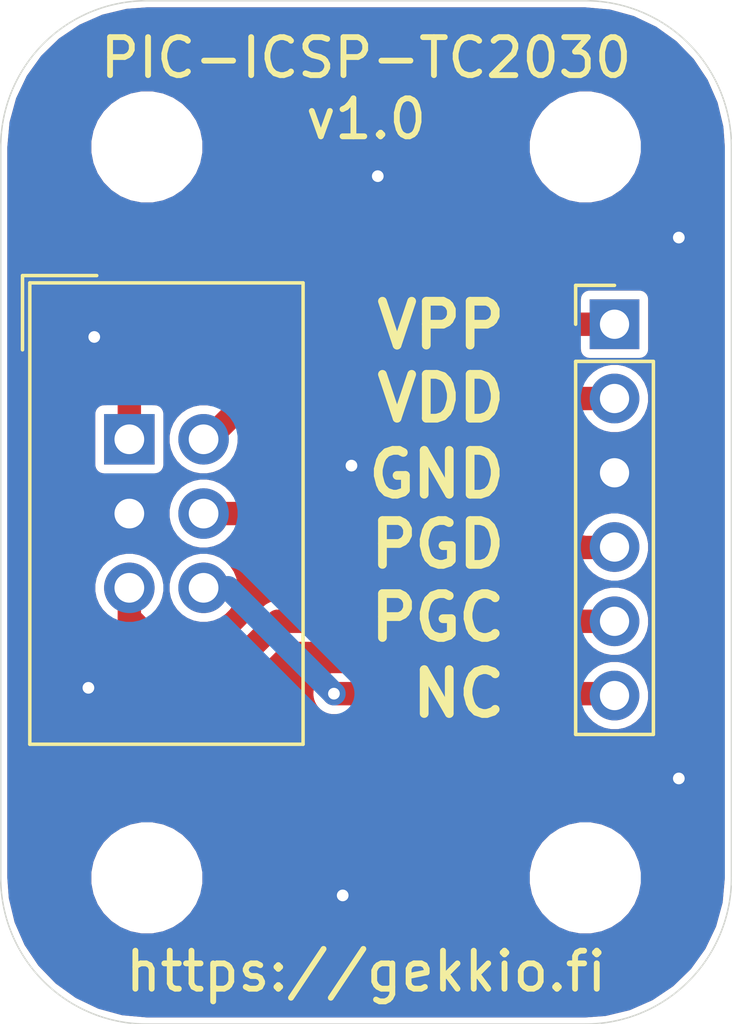
<source format=kicad_pcb>
(kicad_pcb (version 20171130) (host pcbnew 5.1.5-52549c5~84~ubuntu19.10.1)

  (general
    (thickness 1.6)
    (drawings 16)
    (tracks 29)
    (zones 0)
    (modules 6)
    (nets 7)
  )

  (page A4)
  (title_block
    (title PIC-ICSP-TC2030)
    (rev v1.0)
    (company https://gekkio.fi)
  )

  (layers
    (0 F.Cu signal)
    (31 B.Cu signal)
    (32 B.Adhes user)
    (33 F.Adhes user)
    (34 B.Paste user)
    (35 F.Paste user)
    (36 B.SilkS user)
    (37 F.SilkS user)
    (38 B.Mask user)
    (39 F.Mask user)
    (40 Dwgs.User user)
    (41 Cmts.User user)
    (42 Eco1.User user)
    (43 Eco2.User user)
    (44 Edge.Cuts user)
    (45 Margin user)
    (46 B.CrtYd user)
    (47 F.CrtYd user)
    (48 B.Fab user)
    (49 F.Fab user)
  )

  (setup
    (last_trace_width 0.8)
    (trace_clearance 0.3)
    (zone_clearance 0.2)
    (zone_45_only no)
    (trace_min 0.2)
    (via_size 0.8)
    (via_drill 0.4)
    (via_min_size 0.4)
    (via_min_drill 0.3)
    (uvia_size 0.3)
    (uvia_drill 0.1)
    (uvias_allowed no)
    (uvia_min_size 0.2)
    (uvia_min_drill 0.1)
    (edge_width 0.05)
    (segment_width 0.2)
    (pcb_text_width 0.3)
    (pcb_text_size 1.5 1.5)
    (mod_edge_width 0.12)
    (mod_text_size 1 1)
    (mod_text_width 0.15)
    (pad_size 1.524 1.524)
    (pad_drill 0.762)
    (pad_to_mask_clearance 0)
    (aux_axis_origin 0 0)
    (visible_elements FFFFFF7F)
    (pcbplotparams
      (layerselection 0x010fc_ffffffff)
      (usegerberextensions false)
      (usegerberattributes false)
      (usegerberadvancedattributes false)
      (creategerberjobfile true)
      (excludeedgelayer false)
      (linewidth 0.100000)
      (plotframeref false)
      (viasonmask false)
      (mode 1)
      (useauxorigin false)
      (hpglpennumber 1)
      (hpglpenspeed 20)
      (hpglpendiameter 15.000000)
      (psnegative false)
      (psa4output false)
      (plotreference true)
      (plotvalue true)
      (plotinvisibletext false)
      (padsonsilk false)
      (subtractmaskfromsilk false)
      (outputformat 1)
      (mirror false)
      (drillshape 0)
      (scaleselection 1)
      (outputdirectory "gerber/"))
  )

  (net 0 "")
  (net 1 /NC)
  (net 2 /PGC)
  (net 3 /PGD)
  (net 4 /GND)
  (net 5 /VDD)
  (net 6 /VPP)

  (net_class Default "This is the default net class."
    (clearance 0.3)
    (trace_width 0.8)
    (via_dia 0.8)
    (via_drill 0.4)
    (uvia_dia 0.3)
    (uvia_drill 0.1)
    (add_net /GND)
    (add_net /NC)
    (add_net /PGC)
    (add_net /PGD)
    (add_net /VDD)
    (add_net /VPP)
  )

  (module Connector_PinHeader_2.54mm:PinHeader_1x06_P2.54mm_Vertical (layer F.Cu) (tedit 59FED5CC) (tstamp 5E5BAE26)
    (at 71 61.065)
    (descr "Through hole straight pin header, 1x06, 2.54mm pitch, single row")
    (tags "Through hole pin header THT 1x06 2.54mm single row")
    (path /5E61013A)
    (fp_text reference J2 (at 0 -2.33) (layer F.SilkS) hide
      (effects (font (size 1 1) (thickness 0.15)))
    )
    (fp_text value Conn_01x06 (at 0 15.03) (layer F.Fab) hide
      (effects (font (size 1 1) (thickness 0.15)))
    )
    (fp_line (start -0.635 -1.27) (end 1.27 -1.27) (layer F.Fab) (width 0.1))
    (fp_line (start 1.27 -1.27) (end 1.27 13.97) (layer F.Fab) (width 0.1))
    (fp_line (start 1.27 13.97) (end -1.27 13.97) (layer F.Fab) (width 0.1))
    (fp_line (start -1.27 13.97) (end -1.27 -0.635) (layer F.Fab) (width 0.1))
    (fp_line (start -1.27 -0.635) (end -0.635 -1.27) (layer F.Fab) (width 0.1))
    (fp_line (start -1.33 14.03) (end 1.33 14.03) (layer F.SilkS) (width 0.12))
    (fp_line (start -1.33 1.27) (end -1.33 14.03) (layer F.SilkS) (width 0.12))
    (fp_line (start 1.33 1.27) (end 1.33 14.03) (layer F.SilkS) (width 0.12))
    (fp_line (start -1.33 1.27) (end 1.33 1.27) (layer F.SilkS) (width 0.12))
    (fp_line (start -1.33 0) (end -1.33 -1.33) (layer F.SilkS) (width 0.12))
    (fp_line (start -1.33 -1.33) (end 0 -1.33) (layer F.SilkS) (width 0.12))
    (fp_line (start -1.8 -1.8) (end -1.8 14.5) (layer F.CrtYd) (width 0.05))
    (fp_line (start -1.8 14.5) (end 1.8 14.5) (layer F.CrtYd) (width 0.05))
    (fp_line (start 1.8 14.5) (end 1.8 -1.8) (layer F.CrtYd) (width 0.05))
    (fp_line (start 1.8 -1.8) (end -1.8 -1.8) (layer F.CrtYd) (width 0.05))
    (fp_text user %R (at 0 6.35 90) (layer F.Fab)
      (effects (font (size 1 1) (thickness 0.15)))
    )
    (pad 1 thru_hole rect (at 0 0) (size 1.7 1.7) (drill 1) (layers *.Cu *.Mask)
      (net 6 /VPP))
    (pad 2 thru_hole oval (at 0 2.54) (size 1.7 1.7) (drill 1) (layers *.Cu *.Mask)
      (net 5 /VDD))
    (pad 3 thru_hole oval (at 0 5.08) (size 1.7 1.7) (drill 1) (layers *.Cu *.Mask)
      (net 4 /GND))
    (pad 4 thru_hole oval (at 0 7.62) (size 1.7 1.7) (drill 1) (layers *.Cu *.Mask)
      (net 3 /PGD))
    (pad 5 thru_hole oval (at 0 10.16) (size 1.7 1.7) (drill 1) (layers *.Cu *.Mask)
      (net 2 /PGC))
    (pad 6 thru_hole oval (at 0 12.7) (size 1.7 1.7) (drill 1) (layers *.Cu *.Mask)
      (net 1 /NC))
    (model ${KISYS3DMOD}/Connector_PinHeader_2.54mm.3dshapes/PinHeader_1x06_P2.54mm_Vertical.wrl
      (at (xyz 0 0 0))
      (scale (xyz 1 1 1))
      (rotate (xyz 0 0 0))
    )
  )

  (module Connector_IDC:IDC-Header_2x03_P2.54mm_Vertical (layer F.Cu) (tedit 59DE0819) (tstamp 5E5BA101)
    (at 54.4 65)
    (descr "Through hole straight IDC box header, 2x03, 2.54mm pitch, double rows")
    (tags "Through hole IDC box header THT 2x03 2.54mm double row")
    (path /5E60F8FF)
    (fp_text reference J1 (at 4.9 -6.4) (layer F.SilkS) hide
      (effects (font (size 1 1) (thickness 0.15)))
    )
    (fp_text value Conn_02x03_Odd_Even (at 1.27 11.684) (layer F.Fab) hide
      (effects (font (size 1 1) (thickness 0.15)))
    )
    (fp_line (start -3.655 -5.6) (end -1.115 -5.6) (layer F.SilkS) (width 0.12))
    (fp_line (start -3.655 -5.6) (end -3.655 -3.06) (layer F.SilkS) (width 0.12))
    (fp_line (start -3.405 -5.35) (end 5.945 -5.35) (layer F.SilkS) (width 0.12))
    (fp_line (start -3.405 10.43) (end -3.405 -5.35) (layer F.SilkS) (width 0.12))
    (fp_line (start 5.945 10.43) (end -3.405 10.43) (layer F.SilkS) (width 0.12))
    (fp_line (start 5.945 -5.35) (end 5.945 10.43) (layer F.SilkS) (width 0.12))
    (fp_line (start -3.41 -5.35) (end 5.95 -5.35) (layer F.CrtYd) (width 0.05))
    (fp_line (start -3.41 10.43) (end -3.41 -5.35) (layer F.CrtYd) (width 0.05))
    (fp_line (start 5.95 10.43) (end -3.41 10.43) (layer F.CrtYd) (width 0.05))
    (fp_line (start 5.95 -5.35) (end 5.95 10.43) (layer F.CrtYd) (width 0.05))
    (fp_line (start -3.155 10.18) (end -2.605 9.62) (layer F.Fab) (width 0.1))
    (fp_line (start -3.155 -5.1) (end -2.605 -4.56) (layer F.Fab) (width 0.1))
    (fp_line (start 5.695 10.18) (end 5.145 9.62) (layer F.Fab) (width 0.1))
    (fp_line (start 5.695 -5.1) (end 5.145 -4.56) (layer F.Fab) (width 0.1))
    (fp_line (start 5.145 9.62) (end -2.605 9.62) (layer F.Fab) (width 0.1))
    (fp_line (start 5.695 10.18) (end -3.155 10.18) (layer F.Fab) (width 0.1))
    (fp_line (start 5.145 -4.56) (end -2.605 -4.56) (layer F.Fab) (width 0.1))
    (fp_line (start 5.695 -5.1) (end -3.155 -5.1) (layer F.Fab) (width 0.1))
    (fp_line (start -2.605 4.79) (end -3.155 4.79) (layer F.Fab) (width 0.1))
    (fp_line (start -2.605 0.29) (end -3.155 0.29) (layer F.Fab) (width 0.1))
    (fp_line (start -2.605 4.79) (end -2.605 9.62) (layer F.Fab) (width 0.1))
    (fp_line (start -2.605 -4.56) (end -2.605 0.29) (layer F.Fab) (width 0.1))
    (fp_line (start -3.155 -5.1) (end -3.155 10.18) (layer F.Fab) (width 0.1))
    (fp_line (start 5.145 -4.56) (end 5.145 9.62) (layer F.Fab) (width 0.1))
    (fp_line (start 5.695 -5.1) (end 5.695 10.18) (layer F.Fab) (width 0.1))
    (fp_text user %R (at 1.27 2.54) (layer F.Fab)
      (effects (font (size 1 1) (thickness 0.15)))
    )
    (pad 6 thru_hole oval (at 2.54 5.08) (size 1.7272 1.7272) (drill 1.016) (layers *.Cu *.Mask)
      (net 1 /NC))
    (pad 5 thru_hole oval (at 0 5.08) (size 1.7272 1.7272) (drill 1.016) (layers *.Cu *.Mask)
      (net 2 /PGC))
    (pad 4 thru_hole oval (at 2.54 2.54) (size 1.7272 1.7272) (drill 1.016) (layers *.Cu *.Mask)
      (net 3 /PGD))
    (pad 3 thru_hole oval (at 0 2.54) (size 1.7272 1.7272) (drill 1.016) (layers *.Cu *.Mask)
      (net 4 /GND))
    (pad 2 thru_hole oval (at 2.54 0) (size 1.7272 1.7272) (drill 1.016) (layers *.Cu *.Mask)
      (net 5 /VDD))
    (pad 1 thru_hole rect (at 0 0) (size 1.7272 1.7272) (drill 1.016) (layers *.Cu *.Mask)
      (net 6 /VPP))
    (model ${KISYS3DMOD}/Connector_IDC.3dshapes/IDC-Header_2x03_P2.54mm_Vertical.wrl
      (at (xyz 0 0 0))
      (scale (xyz 1 1 1))
      (rotate (xyz 0 0 0))
    )
  )

  (module MountingHole:MountingHole_3.2mm_M3 (layer F.Cu) (tedit 56D1B4CB) (tstamp 5E5BA0DD)
    (at 70 80)
    (descr "Mounting Hole 3.2mm, no annular, M3")
    (tags "mounting hole 3.2mm no annular m3")
    (path /5E6121AC)
    (attr virtual)
    (fp_text reference H4 (at 0 -4.2) (layer F.SilkS) hide
      (effects (font (size 1 1) (thickness 0.15)))
    )
    (fp_text value MountingHole (at 0 4.2) (layer F.Fab) hide
      (effects (font (size 1 1) (thickness 0.15)))
    )
    (fp_circle (center 0 0) (end 3.45 0) (layer F.CrtYd) (width 0.05))
    (fp_circle (center 0 0) (end 3.2 0) (layer Cmts.User) (width 0.15))
    (fp_text user %R (at 0.3 0) (layer F.Fab)
      (effects (font (size 1 1) (thickness 0.15)))
    )
    (pad 1 np_thru_hole circle (at 0 0) (size 3.2 3.2) (drill 3.2) (layers *.Cu *.Mask))
  )

  (module MountingHole:MountingHole_3.2mm_M3 (layer F.Cu) (tedit 56D1B4CB) (tstamp 5E5BA0D5)
    (at 70 55)
    (descr "Mounting Hole 3.2mm, no annular, M3")
    (tags "mounting hole 3.2mm no annular m3")
    (path /5E611E11)
    (attr virtual)
    (fp_text reference H3 (at 0 -4.2) (layer F.SilkS) hide
      (effects (font (size 1 1) (thickness 0.15)))
    )
    (fp_text value MountingHole (at 0 4.2) (layer F.Fab) hide
      (effects (font (size 1 1) (thickness 0.15)))
    )
    (fp_circle (center 0 0) (end 3.45 0) (layer F.CrtYd) (width 0.05))
    (fp_circle (center 0 0) (end 3.2 0) (layer Cmts.User) (width 0.15))
    (fp_text user %R (at 0.3 0) (layer F.Fab)
      (effects (font (size 1 1) (thickness 0.15)))
    )
    (pad 1 np_thru_hole circle (at 0 0) (size 3.2 3.2) (drill 3.2) (layers *.Cu *.Mask))
  )

  (module MountingHole:MountingHole_3.2mm_M3 (layer F.Cu) (tedit 56D1B4CB) (tstamp 5E5BA0CD)
    (at 55 80)
    (descr "Mounting Hole 3.2mm, no annular, M3")
    (tags "mounting hole 3.2mm no annular m3")
    (path /5E612518)
    (attr virtual)
    (fp_text reference H2 (at 0 -4.2) (layer F.SilkS) hide
      (effects (font (size 1 1) (thickness 0.15)))
    )
    (fp_text value MountingHole (at 0 4.2) (layer F.Fab) hide
      (effects (font (size 1 1) (thickness 0.15)))
    )
    (fp_circle (center 0 0) (end 3.45 0) (layer F.CrtYd) (width 0.05))
    (fp_circle (center 0 0) (end 3.2 0) (layer Cmts.User) (width 0.15))
    (fp_text user %R (at 0.3 0) (layer F.Fab)
      (effects (font (size 1 1) (thickness 0.15)))
    )
    (pad 1 np_thru_hole circle (at 0 0) (size 3.2 3.2) (drill 3.2) (layers *.Cu *.Mask))
  )

  (module MountingHole:MountingHole_3.2mm_M3 (layer F.Cu) (tedit 56D1B4CB) (tstamp 5E5BA0C5)
    (at 55 55)
    (descr "Mounting Hole 3.2mm, no annular, M3")
    (tags "mounting hole 3.2mm no annular m3")
    (path /5E6116A0)
    (attr virtual)
    (fp_text reference H1 (at 0 -4.2) (layer F.SilkS) hide
      (effects (font (size 1 1) (thickness 0.15)))
    )
    (fp_text value MountingHole (at 0 4.2) (layer F.Fab) hide
      (effects (font (size 1 1) (thickness 0.15)))
    )
    (fp_circle (center 0 0) (end 3.45 0) (layer F.CrtYd) (width 0.05))
    (fp_circle (center 0 0) (end 3.2 0) (layer Cmts.User) (width 0.15))
    (fp_text user %R (at 0.3 0) (layer F.Fab)
      (effects (font (size 1 1) (thickness 0.15)))
    )
    (pad 1 np_thru_hole circle (at 0 0) (size 3.2 3.2) (drill 3.2) (layers *.Cu *.Mask))
  )

  (gr_text "PIC-ICSP-TC2030\nv1.0" (at 62.5 53) (layer F.SilkS) (tstamp 5E5BA6BA)
    (effects (font (size 1.3 1.3) (thickness 0.2)))
  )
  (gr_text https://gekkio.fi (at 62.5 83.2) (layer F.SilkS) (tstamp 5E5BA631)
    (effects (font (size 1.3 1.3) (thickness 0.2)))
  )
  (gr_arc (start 70 55) (end 75 55) (angle -90) (layer Edge.Cuts) (width 0.05) (tstamp 5E5BACB9))
  (gr_arc (start 70 80) (end 70 85) (angle -90) (layer Edge.Cuts) (width 0.05) (tstamp 5E5BACAD))
  (gr_arc (start 55 80) (end 50 80) (angle -90) (layer Edge.Cuts) (width 0.05) (tstamp 5E5BACA1))
  (gr_arc (start 55 55) (end 55 50) (angle -90) (layer Edge.Cuts) (width 0.05))
  (gr_text NC (at 67.4 73.7) (layer F.SilkS) (tstamp 5E5BAC91)
    (effects (font (size 1.5 1.5) (thickness 0.3)) (justify right))
  )
  (gr_text PGC (at 67.4 71.1) (layer F.SilkS) (tstamp 5E5BAC8E)
    (effects (font (size 1.5 1.5) (thickness 0.3)) (justify right))
  )
  (gr_text PGD (at 67.4 68.6) (layer F.SilkS) (tstamp 5E5BAC8B)
    (effects (font (size 1.5 1.5) (thickness 0.3)) (justify right))
  )
  (gr_text GND (at 67.4 66.2) (layer F.SilkS) (tstamp 5E5BAC88)
    (effects (font (size 1.5 1.5) (thickness 0.3)) (justify right))
  )
  (gr_text VDD (at 67.4 63.6) (layer F.SilkS) (tstamp 5E5BAC85)
    (effects (font (size 1.5 1.5) (thickness 0.3)) (justify right))
  )
  (gr_text VPP (at 67.4 61.1) (layer F.SilkS)
    (effects (font (size 1.5 1.5) (thickness 0.3)) (justify right))
  )
  (gr_line (start 70 50) (end 55 50) (layer Edge.Cuts) (width 0.05))
  (gr_line (start 75 80) (end 75 55) (layer Edge.Cuts) (width 0.05))
  (gr_line (start 55 85) (end 70 85) (layer Edge.Cuts) (width 0.05))
  (gr_line (start 50 55) (end 50 80) (layer Edge.Cuts) (width 0.05))

  (segment (start 56.94 70.08) (end 57.78 70.08) (width 0.8) (layer B.Cu) (net 1) (status 30))
  (via (at 61.4 73.7) (size 0.8) (drill 0.4) (layers F.Cu B.Cu) (net 1))
  (segment (start 57.78 70.08) (end 61.4 73.7) (width 0.8) (layer B.Cu) (net 1) (status 10))
  (segment (start 70.935 73.7) (end 71 73.765) (width 0.8) (layer F.Cu) (net 1) (status 30))
  (segment (start 61.4 73.7) (end 70.935 73.7) (width 0.8) (layer F.Cu) (net 1) (status 20))
  (segment (start 59.475 71.225) (end 71 71.225) (width 0.8) (layer F.Cu) (net 2) (status 20))
  (segment (start 54.4 71.1) (end 55.8 72.5) (width 0.8) (layer F.Cu) (net 2))
  (segment (start 55.8 72.5) (end 58.2 72.5) (width 0.8) (layer F.Cu) (net 2))
  (segment (start 54.4 70.08) (end 54.4 71.1) (width 0.8) (layer F.Cu) (net 2) (status 10))
  (segment (start 58.2 72.5) (end 59.475 71.225) (width 0.8) (layer F.Cu) (net 2))
  (segment (start 69.885 68.7) (end 69.9 68.685) (width 0.8) (layer F.Cu) (net 3))
  (segment (start 70.985 68.7) (end 71 68.685) (width 0.8) (layer F.Cu) (net 3) (status 30))
  (segment (start 69.885 68.7) (end 70.985 68.7) (width 0.8) (layer F.Cu) (net 3) (status 20))
  (segment (start 59.6 68.7) (end 69.885 68.7) (width 0.8) (layer F.Cu) (net 3))
  (segment (start 56.94 67.54) (end 58.44 67.54) (width 0.8) (layer F.Cu) (net 3))
  (segment (start 58.44 67.54) (end 59.6 68.7) (width 0.8) (layer F.Cu) (net 3))
  (via (at 62.9 56) (size 0.8) (drill 0.4) (layers F.Cu B.Cu) (net 4))
  (via (at 61.7 80.6) (size 0.8) (drill 0.4) (layers F.Cu B.Cu) (net 4))
  (via (at 62 65.9) (size 0.8) (drill 0.4) (layers F.Cu B.Cu) (net 4))
  (via (at 53.2 61.5) (size 0.8) (drill 0.4) (layers F.Cu B.Cu) (net 4))
  (via (at 53 73.5) (size 0.8) (drill 0.4) (layers F.Cu B.Cu) (net 4))
  (via (at 73.2 76.6) (size 0.8) (drill 0.4) (layers F.Cu B.Cu) (net 4))
  (via (at 73.2 58.1) (size 0.8) (drill 0.4) (layers F.Cu B.Cu) (net 4) (tstamp 5E5BBE21))
  (segment (start 58.495 63.605) (end 71 63.605) (width 0.8) (layer F.Cu) (net 5))
  (segment (start 56.94 65) (end 57.1 65) (width 0.8) (layer F.Cu) (net 5))
  (segment (start 57.1 65) (end 58.495 63.605) (width 0.8) (layer F.Cu) (net 5))
  (segment (start 56.6714 61.065) (end 71 61.065) (width 0.8) (layer F.Cu) (net 6) (status 20))
  (segment (start 54.4 63.3364) (end 56.6714 61.065) (width 0.8) (layer F.Cu) (net 6))
  (segment (start 54.4 65) (end 54.4 63.3364) (width 0.8) (layer F.Cu) (net 6) (status 10))

  (zone (net 4) (net_name /GND) (layer B.Cu) (tstamp 5E5BB0A0) (hatch edge 0.508)
    (connect_pads yes (clearance 0.2))
    (min_thickness 0.2)
    (fill yes (arc_segments 32) (thermal_gap 0.508) (thermal_bridge_width 0.508) (smoothing chamfer) (radius 2))
    (polygon
      (pts
        (xy 75 85) (xy 50 85) (xy 50 50) (xy 75 50)
      )
    )
    (filled_polygon
      (pts
        (xy 70.827641 50.400156) (xy 71.629125 50.619418) (xy 72.37911 50.977142) (xy 73.053896 51.462025) (xy 73.632155 52.058741)
        (xy 74.095602 52.748425) (xy 74.429593 53.509276) (xy 74.624171 54.319751) (xy 74.675001 55.011928) (xy 74.675 79.985531)
        (xy 74.599843 80.827643) (xy 74.380582 81.629125) (xy 74.022858 82.37911) (xy 73.537975 83.053896) (xy 72.941259 83.632155)
        (xy 72.251576 84.095601) (xy 71.490723 84.429593) (xy 70.680249 84.624171) (xy 69.988086 84.675) (xy 55.014469 84.675)
        (xy 54.172357 84.599843) (xy 53.370875 84.380582) (xy 52.62089 84.022858) (xy 51.946104 83.537975) (xy 51.367845 82.941259)
        (xy 50.904399 82.251576) (xy 50.570407 81.490723) (xy 50.375829 80.680249) (xy 50.325 79.988086) (xy 50.325 79.803017)
        (xy 53 79.803017) (xy 53 80.196983) (xy 53.076859 80.583378) (xy 53.227623 80.947355) (xy 53.446499 81.274926)
        (xy 53.725074 81.553501) (xy 54.052645 81.772377) (xy 54.416622 81.923141) (xy 54.803017 82) (xy 55.196983 82)
        (xy 55.583378 81.923141) (xy 55.947355 81.772377) (xy 56.274926 81.553501) (xy 56.553501 81.274926) (xy 56.772377 80.947355)
        (xy 56.923141 80.583378) (xy 57 80.196983) (xy 57 79.803017) (xy 68 79.803017) (xy 68 80.196983)
        (xy 68.076859 80.583378) (xy 68.227623 80.947355) (xy 68.446499 81.274926) (xy 68.725074 81.553501) (xy 69.052645 81.772377)
        (xy 69.416622 81.923141) (xy 69.803017 82) (xy 70.196983 82) (xy 70.583378 81.923141) (xy 70.947355 81.772377)
        (xy 71.274926 81.553501) (xy 71.553501 81.274926) (xy 71.772377 80.947355) (xy 71.923141 80.583378) (xy 72 80.196983)
        (xy 72 79.803017) (xy 71.923141 79.416622) (xy 71.772377 79.052645) (xy 71.553501 78.725074) (xy 71.274926 78.446499)
        (xy 70.947355 78.227623) (xy 70.583378 78.076859) (xy 70.196983 78) (xy 69.803017 78) (xy 69.416622 78.076859)
        (xy 69.052645 78.227623) (xy 68.725074 78.446499) (xy 68.446499 78.725074) (xy 68.227623 79.052645) (xy 68.076859 79.416622)
        (xy 68 79.803017) (xy 57 79.803017) (xy 56.923141 79.416622) (xy 56.772377 79.052645) (xy 56.553501 78.725074)
        (xy 56.274926 78.446499) (xy 55.947355 78.227623) (xy 55.583378 78.076859) (xy 55.196983 78) (xy 54.803017 78)
        (xy 54.416622 78.076859) (xy 54.052645 78.227623) (xy 53.725074 78.446499) (xy 53.446499 78.725074) (xy 53.227623 79.052645)
        (xy 53.076859 79.416622) (xy 53 79.803017) (xy 50.325 79.803017) (xy 50.325 69.955546) (xy 53.1364 69.955546)
        (xy 53.1364 70.204454) (xy 53.184959 70.448579) (xy 53.280212 70.678539) (xy 53.418498 70.885498) (xy 53.594502 71.061502)
        (xy 53.801461 71.199788) (xy 54.031421 71.295041) (xy 54.275546 71.3436) (xy 54.524454 71.3436) (xy 54.768579 71.295041)
        (xy 54.998539 71.199788) (xy 55.205498 71.061502) (xy 55.381502 70.885498) (xy 55.519788 70.678539) (xy 55.615041 70.448579)
        (xy 55.6636 70.204454) (xy 55.6636 69.955546) (xy 55.6764 69.955546) (xy 55.6764 70.204454) (xy 55.724959 70.448579)
        (xy 55.820212 70.678539) (xy 55.958498 70.885498) (xy 56.134502 71.061502) (xy 56.341461 71.199788) (xy 56.571421 71.295041)
        (xy 56.815546 71.3436) (xy 57.064454 71.3436) (xy 57.308579 71.295041) (xy 57.538539 71.199788) (xy 57.676341 71.107711)
        (xy 60.778599 74.20997) (xy 60.89003 74.321401) (xy 60.922874 74.343347) (xy 60.953393 74.368393) (xy 60.988213 74.387005)
        (xy 61.021058 74.408951) (xy 61.057553 74.424068) (xy 61.092372 74.442679) (xy 61.130151 74.454139) (xy 61.166649 74.469257)
        (xy 61.205398 74.476964) (xy 61.243172 74.488423) (xy 61.282459 74.492293) (xy 61.321207 74.5) (xy 61.360708 74.5)
        (xy 61.399999 74.50387) (xy 61.43929 74.5) (xy 61.478793 74.5) (xy 61.517542 74.492292) (xy 61.556827 74.488423)
        (xy 61.594599 74.476965) (xy 61.633351 74.469257) (xy 61.669852 74.454138) (xy 61.707627 74.442679) (xy 61.742443 74.42407)
        (xy 61.778942 74.408951) (xy 61.811791 74.387002) (xy 61.846606 74.368393) (xy 61.877119 74.343351) (xy 61.90997 74.321401)
        (xy 61.93791 74.293461) (xy 61.968421 74.268421) (xy 61.993461 74.23791) (xy 62.021401 74.20997) (xy 62.043351 74.177119)
        (xy 62.068393 74.146606) (xy 62.087002 74.111791) (xy 62.108951 74.078942) (xy 62.12407 74.042443) (xy 62.142679 74.007627)
        (xy 62.154138 73.969852) (xy 62.169257 73.933351) (xy 62.176965 73.894599) (xy 62.188423 73.856827) (xy 62.192292 73.817542)
        (xy 62.2 73.778793) (xy 62.2 73.73929) (xy 62.20387 73.699999) (xy 62.2 73.660708) (xy 62.2 73.641886)
        (xy 69.75 73.641886) (xy 69.75 73.888114) (xy 69.798037 74.129611) (xy 69.892265 74.357097) (xy 70.029062 74.561828)
        (xy 70.203172 74.735938) (xy 70.407903 74.872735) (xy 70.635389 74.966963) (xy 70.876886 75.015) (xy 71.123114 75.015)
        (xy 71.364611 74.966963) (xy 71.592097 74.872735) (xy 71.796828 74.735938) (xy 71.970938 74.561828) (xy 72.107735 74.357097)
        (xy 72.201963 74.129611) (xy 72.25 73.888114) (xy 72.25 73.641886) (xy 72.201963 73.400389) (xy 72.107735 73.172903)
        (xy 71.970938 72.968172) (xy 71.796828 72.794062) (xy 71.592097 72.657265) (xy 71.364611 72.563037) (xy 71.123114 72.515)
        (xy 70.876886 72.515) (xy 70.635389 72.563037) (xy 70.407903 72.657265) (xy 70.203172 72.794062) (xy 70.029062 72.968172)
        (xy 69.892265 73.172903) (xy 69.798037 73.400389) (xy 69.75 73.641886) (xy 62.2 73.641886) (xy 62.2 73.621207)
        (xy 62.192293 73.582459) (xy 62.188423 73.543172) (xy 62.176964 73.505398) (xy 62.169257 73.466649) (xy 62.154139 73.430151)
        (xy 62.142679 73.392372) (xy 62.124068 73.357553) (xy 62.108951 73.321058) (xy 62.087005 73.288213) (xy 62.068393 73.253393)
        (xy 62.043347 73.222874) (xy 62.021401 73.19003) (xy 61.90997 73.078599) (xy 59.933257 71.101886) (xy 69.75 71.101886)
        (xy 69.75 71.348114) (xy 69.798037 71.589611) (xy 69.892265 71.817097) (xy 70.029062 72.021828) (xy 70.203172 72.195938)
        (xy 70.407903 72.332735) (xy 70.635389 72.426963) (xy 70.876886 72.475) (xy 71.123114 72.475) (xy 71.364611 72.426963)
        (xy 71.592097 72.332735) (xy 71.796828 72.195938) (xy 71.970938 72.021828) (xy 72.107735 71.817097) (xy 72.201963 71.589611)
        (xy 72.25 71.348114) (xy 72.25 71.101886) (xy 72.201963 70.860389) (xy 72.107735 70.632903) (xy 71.970938 70.428172)
        (xy 71.796828 70.254062) (xy 71.592097 70.117265) (xy 71.364611 70.023037) (xy 71.123114 69.975) (xy 70.876886 69.975)
        (xy 70.635389 70.023037) (xy 70.407903 70.117265) (xy 70.203172 70.254062) (xy 70.029062 70.428172) (xy 69.892265 70.632903)
        (xy 69.798037 70.860389) (xy 69.75 71.101886) (xy 59.933257 71.101886) (xy 58.373473 69.542103) (xy 58.348422 69.511578)
        (xy 58.226606 69.411607) (xy 58.087628 69.337321) (xy 57.936827 69.291576) (xy 57.932635 69.291163) (xy 57.921502 69.274502)
        (xy 57.745498 69.098498) (xy 57.538539 68.960212) (xy 57.308579 68.864959) (xy 57.064454 68.8164) (xy 56.815546 68.8164)
        (xy 56.571421 68.864959) (xy 56.341461 68.960212) (xy 56.134502 69.098498) (xy 55.958498 69.274502) (xy 55.820212 69.481461)
        (xy 55.724959 69.711421) (xy 55.6764 69.955546) (xy 55.6636 69.955546) (xy 55.615041 69.711421) (xy 55.519788 69.481461)
        (xy 55.381502 69.274502) (xy 55.205498 69.098498) (xy 54.998539 68.960212) (xy 54.768579 68.864959) (xy 54.524454 68.8164)
        (xy 54.275546 68.8164) (xy 54.031421 68.864959) (xy 53.801461 68.960212) (xy 53.594502 69.098498) (xy 53.418498 69.274502)
        (xy 53.280212 69.481461) (xy 53.184959 69.711421) (xy 53.1364 69.955546) (xy 50.325 69.955546) (xy 50.325 67.415546)
        (xy 55.6764 67.415546) (xy 55.6764 67.664454) (xy 55.724959 67.908579) (xy 55.820212 68.138539) (xy 55.958498 68.345498)
        (xy 56.134502 68.521502) (xy 56.341461 68.659788) (xy 56.571421 68.755041) (xy 56.815546 68.8036) (xy 57.064454 68.8036)
        (xy 57.308579 68.755041) (xy 57.538539 68.659788) (xy 57.685059 68.561886) (xy 69.75 68.561886) (xy 69.75 68.808114)
        (xy 69.798037 69.049611) (xy 69.892265 69.277097) (xy 70.029062 69.481828) (xy 70.203172 69.655938) (xy 70.407903 69.792735)
        (xy 70.635389 69.886963) (xy 70.876886 69.935) (xy 71.123114 69.935) (xy 71.364611 69.886963) (xy 71.592097 69.792735)
        (xy 71.796828 69.655938) (xy 71.970938 69.481828) (xy 72.107735 69.277097) (xy 72.201963 69.049611) (xy 72.25 68.808114)
        (xy 72.25 68.561886) (xy 72.201963 68.320389) (xy 72.107735 68.092903) (xy 71.970938 67.888172) (xy 71.796828 67.714062)
        (xy 71.592097 67.577265) (xy 71.364611 67.483037) (xy 71.123114 67.435) (xy 70.876886 67.435) (xy 70.635389 67.483037)
        (xy 70.407903 67.577265) (xy 70.203172 67.714062) (xy 70.029062 67.888172) (xy 69.892265 68.092903) (xy 69.798037 68.320389)
        (xy 69.75 68.561886) (xy 57.685059 68.561886) (xy 57.745498 68.521502) (xy 57.921502 68.345498) (xy 58.059788 68.138539)
        (xy 58.155041 67.908579) (xy 58.2036 67.664454) (xy 58.2036 67.415546) (xy 58.155041 67.171421) (xy 58.059788 66.941461)
        (xy 57.921502 66.734502) (xy 57.745498 66.558498) (xy 57.538539 66.420212) (xy 57.308579 66.324959) (xy 57.064454 66.2764)
        (xy 56.815546 66.2764) (xy 56.571421 66.324959) (xy 56.341461 66.420212) (xy 56.134502 66.558498) (xy 55.958498 66.734502)
        (xy 55.820212 66.941461) (xy 55.724959 67.171421) (xy 55.6764 67.415546) (xy 50.325 67.415546) (xy 50.325 64.1364)
        (xy 53.134465 64.1364) (xy 53.134465 65.8636) (xy 53.142188 65.942014) (xy 53.16506 66.017414) (xy 53.202203 66.086903)
        (xy 53.252189 66.147811) (xy 53.313097 66.197797) (xy 53.382586 66.23494) (xy 53.457986 66.257812) (xy 53.5364 66.265535)
        (xy 55.2636 66.265535) (xy 55.342014 66.257812) (xy 55.417414 66.23494) (xy 55.486903 66.197797) (xy 55.547811 66.147811)
        (xy 55.597797 66.086903) (xy 55.63494 66.017414) (xy 55.657812 65.942014) (xy 55.665535 65.8636) (xy 55.665535 64.875546)
        (xy 55.6764 64.875546) (xy 55.6764 65.124454) (xy 55.724959 65.368579) (xy 55.820212 65.598539) (xy 55.958498 65.805498)
        (xy 56.134502 65.981502) (xy 56.341461 66.119788) (xy 56.571421 66.215041) (xy 56.815546 66.2636) (xy 57.064454 66.2636)
        (xy 57.308579 66.215041) (xy 57.538539 66.119788) (xy 57.745498 65.981502) (xy 57.921502 65.805498) (xy 58.059788 65.598539)
        (xy 58.155041 65.368579) (xy 58.2036 65.124454) (xy 58.2036 64.875546) (xy 58.155041 64.631421) (xy 58.059788 64.401461)
        (xy 57.921502 64.194502) (xy 57.745498 64.018498) (xy 57.538539 63.880212) (xy 57.308579 63.784959) (xy 57.064454 63.7364)
        (xy 56.815546 63.7364) (xy 56.571421 63.784959) (xy 56.341461 63.880212) (xy 56.134502 64.018498) (xy 55.958498 64.194502)
        (xy 55.820212 64.401461) (xy 55.724959 64.631421) (xy 55.6764 64.875546) (xy 55.665535 64.875546) (xy 55.665535 64.1364)
        (xy 55.657812 64.057986) (xy 55.63494 63.982586) (xy 55.597797 63.913097) (xy 55.547811 63.852189) (xy 55.486903 63.802203)
        (xy 55.417414 63.76506) (xy 55.342014 63.742188) (xy 55.2636 63.734465) (xy 53.5364 63.734465) (xy 53.457986 63.742188)
        (xy 53.382586 63.76506) (xy 53.313097 63.802203) (xy 53.252189 63.852189) (xy 53.202203 63.913097) (xy 53.16506 63.982586)
        (xy 53.142188 64.057986) (xy 53.134465 64.1364) (xy 50.325 64.1364) (xy 50.325 63.481886) (xy 69.75 63.481886)
        (xy 69.75 63.728114) (xy 69.798037 63.969611) (xy 69.892265 64.197097) (xy 70.029062 64.401828) (xy 70.203172 64.575938)
        (xy 70.407903 64.712735) (xy 70.635389 64.806963) (xy 70.876886 64.855) (xy 71.123114 64.855) (xy 71.364611 64.806963)
        (xy 71.592097 64.712735) (xy 71.796828 64.575938) (xy 71.970938 64.401828) (xy 72.107735 64.197097) (xy 72.201963 63.969611)
        (xy 72.25 63.728114) (xy 72.25 63.481886) (xy 72.201963 63.240389) (xy 72.107735 63.012903) (xy 71.970938 62.808172)
        (xy 71.796828 62.634062) (xy 71.592097 62.497265) (xy 71.364611 62.403037) (xy 71.123114 62.355) (xy 70.876886 62.355)
        (xy 70.635389 62.403037) (xy 70.407903 62.497265) (xy 70.203172 62.634062) (xy 70.029062 62.808172) (xy 69.892265 63.012903)
        (xy 69.798037 63.240389) (xy 69.75 63.481886) (xy 50.325 63.481886) (xy 50.325 60.215) (xy 69.748065 60.215)
        (xy 69.748065 61.915) (xy 69.755788 61.993414) (xy 69.77866 62.068814) (xy 69.815803 62.138303) (xy 69.865789 62.199211)
        (xy 69.926697 62.249197) (xy 69.996186 62.28634) (xy 70.071586 62.309212) (xy 70.15 62.316935) (xy 71.85 62.316935)
        (xy 71.928414 62.309212) (xy 72.003814 62.28634) (xy 72.073303 62.249197) (xy 72.134211 62.199211) (xy 72.184197 62.138303)
        (xy 72.22134 62.068814) (xy 72.244212 61.993414) (xy 72.251935 61.915) (xy 72.251935 60.215) (xy 72.244212 60.136586)
        (xy 72.22134 60.061186) (xy 72.184197 59.991697) (xy 72.134211 59.930789) (xy 72.073303 59.880803) (xy 72.003814 59.84366)
        (xy 71.928414 59.820788) (xy 71.85 59.813065) (xy 70.15 59.813065) (xy 70.071586 59.820788) (xy 69.996186 59.84366)
        (xy 69.926697 59.880803) (xy 69.865789 59.930789) (xy 69.815803 59.991697) (xy 69.77866 60.061186) (xy 69.755788 60.136586)
        (xy 69.748065 60.215) (xy 50.325 60.215) (xy 50.325 55.01447) (xy 50.343871 54.803017) (xy 53 54.803017)
        (xy 53 55.196983) (xy 53.076859 55.583378) (xy 53.227623 55.947355) (xy 53.446499 56.274926) (xy 53.725074 56.553501)
        (xy 54.052645 56.772377) (xy 54.416622 56.923141) (xy 54.803017 57) (xy 55.196983 57) (xy 55.583378 56.923141)
        (xy 55.947355 56.772377) (xy 56.274926 56.553501) (xy 56.553501 56.274926) (xy 56.772377 55.947355) (xy 56.923141 55.583378)
        (xy 57 55.196983) (xy 57 54.803017) (xy 68 54.803017) (xy 68 55.196983) (xy 68.076859 55.583378)
        (xy 68.227623 55.947355) (xy 68.446499 56.274926) (xy 68.725074 56.553501) (xy 69.052645 56.772377) (xy 69.416622 56.923141)
        (xy 69.803017 57) (xy 70.196983 57) (xy 70.583378 56.923141) (xy 70.947355 56.772377) (xy 71.274926 56.553501)
        (xy 71.553501 56.274926) (xy 71.772377 55.947355) (xy 71.923141 55.583378) (xy 72 55.196983) (xy 72 54.803017)
        (xy 71.923141 54.416622) (xy 71.772377 54.052645) (xy 71.553501 53.725074) (xy 71.274926 53.446499) (xy 70.947355 53.227623)
        (xy 70.583378 53.076859) (xy 70.196983 53) (xy 69.803017 53) (xy 69.416622 53.076859) (xy 69.052645 53.227623)
        (xy 68.725074 53.446499) (xy 68.446499 53.725074) (xy 68.227623 54.052645) (xy 68.076859 54.416622) (xy 68 54.803017)
        (xy 57 54.803017) (xy 56.923141 54.416622) (xy 56.772377 54.052645) (xy 56.553501 53.725074) (xy 56.274926 53.446499)
        (xy 55.947355 53.227623) (xy 55.583378 53.076859) (xy 55.196983 53) (xy 54.803017 53) (xy 54.416622 53.076859)
        (xy 54.052645 53.227623) (xy 53.725074 53.446499) (xy 53.446499 53.725074) (xy 53.227623 54.052645) (xy 53.076859 54.416622)
        (xy 53 54.803017) (xy 50.343871 54.803017) (xy 50.400156 54.172359) (xy 50.619418 53.370875) (xy 50.977142 52.62089)
        (xy 51.462025 51.946104) (xy 52.058741 51.367845) (xy 52.748425 50.904398) (xy 53.509276 50.570407) (xy 54.319751 50.375829)
        (xy 55.011914 50.325) (xy 69.98553 50.325)
      )
    )
  )
  (zone (net 4) (net_name /GND) (layer F.Cu) (tstamp 5E5BB09D) (hatch edge 0.508)
    (connect_pads yes (clearance 0.2))
    (min_thickness 0.2)
    (fill yes (arc_segments 32) (thermal_gap 0.508) (thermal_bridge_width 0.508) (smoothing chamfer) (radius 2))
    (polygon
      (pts
        (xy 75 85) (xy 50 85) (xy 50 50) (xy 75 50)
      )
    )
    (filled_polygon
      (pts
        (xy 70.827641 50.400156) (xy 71.629125 50.619418) (xy 72.37911 50.977142) (xy 73.053896 51.462025) (xy 73.632155 52.058741)
        (xy 74.095602 52.748425) (xy 74.429593 53.509276) (xy 74.624171 54.319751) (xy 74.675001 55.011928) (xy 74.675 79.985531)
        (xy 74.599843 80.827643) (xy 74.380582 81.629125) (xy 74.022858 82.37911) (xy 73.537975 83.053896) (xy 72.941259 83.632155)
        (xy 72.251576 84.095601) (xy 71.490723 84.429593) (xy 70.680249 84.624171) (xy 69.988086 84.675) (xy 55.014469 84.675)
        (xy 54.172357 84.599843) (xy 53.370875 84.380582) (xy 52.62089 84.022858) (xy 51.946104 83.537975) (xy 51.367845 82.941259)
        (xy 50.904399 82.251576) (xy 50.570407 81.490723) (xy 50.375829 80.680249) (xy 50.325 79.988086) (xy 50.325 79.803017)
        (xy 53 79.803017) (xy 53 80.196983) (xy 53.076859 80.583378) (xy 53.227623 80.947355) (xy 53.446499 81.274926)
        (xy 53.725074 81.553501) (xy 54.052645 81.772377) (xy 54.416622 81.923141) (xy 54.803017 82) (xy 55.196983 82)
        (xy 55.583378 81.923141) (xy 55.947355 81.772377) (xy 56.274926 81.553501) (xy 56.553501 81.274926) (xy 56.772377 80.947355)
        (xy 56.923141 80.583378) (xy 57 80.196983) (xy 57 79.803017) (xy 68 79.803017) (xy 68 80.196983)
        (xy 68.076859 80.583378) (xy 68.227623 80.947355) (xy 68.446499 81.274926) (xy 68.725074 81.553501) (xy 69.052645 81.772377)
        (xy 69.416622 81.923141) (xy 69.803017 82) (xy 70.196983 82) (xy 70.583378 81.923141) (xy 70.947355 81.772377)
        (xy 71.274926 81.553501) (xy 71.553501 81.274926) (xy 71.772377 80.947355) (xy 71.923141 80.583378) (xy 72 80.196983)
        (xy 72 79.803017) (xy 71.923141 79.416622) (xy 71.772377 79.052645) (xy 71.553501 78.725074) (xy 71.274926 78.446499)
        (xy 70.947355 78.227623) (xy 70.583378 78.076859) (xy 70.196983 78) (xy 69.803017 78) (xy 69.416622 78.076859)
        (xy 69.052645 78.227623) (xy 68.725074 78.446499) (xy 68.446499 78.725074) (xy 68.227623 79.052645) (xy 68.076859 79.416622)
        (xy 68 79.803017) (xy 57 79.803017) (xy 56.923141 79.416622) (xy 56.772377 79.052645) (xy 56.553501 78.725074)
        (xy 56.274926 78.446499) (xy 55.947355 78.227623) (xy 55.583378 78.076859) (xy 55.196983 78) (xy 54.803017 78)
        (xy 54.416622 78.076859) (xy 54.052645 78.227623) (xy 53.725074 78.446499) (xy 53.446499 78.725074) (xy 53.227623 79.052645)
        (xy 53.076859 79.416622) (xy 53 79.803017) (xy 50.325 79.803017) (xy 50.325 73.7) (xy 60.59613 73.7)
        (xy 60.6 73.739293) (xy 60.6 73.778793) (xy 60.607706 73.817535) (xy 60.611576 73.856827) (xy 60.623037 73.894607)
        (xy 60.630743 73.933351) (xy 60.64586 73.969848) (xy 60.657321 74.007628) (xy 60.675932 74.042446) (xy 60.691049 74.078942)
        (xy 60.712997 74.11179) (xy 60.731607 74.146606) (xy 60.756651 74.177122) (xy 60.778599 74.20997) (xy 60.80653 74.237901)
        (xy 60.831578 74.268422) (xy 60.862098 74.293469) (xy 60.89003 74.321401) (xy 60.922878 74.343349) (xy 60.953394 74.368393)
        (xy 60.98821 74.387003) (xy 61.021058 74.408951) (xy 61.057554 74.424068) (xy 61.092372 74.442679) (xy 61.130152 74.45414)
        (xy 61.166649 74.469257) (xy 61.205393 74.476963) (xy 61.243173 74.488424) (xy 61.282465 74.492294) (xy 61.321207 74.5)
        (xy 69.98775 74.5) (xy 70.029062 74.561828) (xy 70.203172 74.735938) (xy 70.407903 74.872735) (xy 70.635389 74.966963)
        (xy 70.876886 75.015) (xy 71.123114 75.015) (xy 71.364611 74.966963) (xy 71.592097 74.872735) (xy 71.796828 74.735938)
        (xy 71.970938 74.561828) (xy 72.107735 74.357097) (xy 72.201963 74.129611) (xy 72.25 73.888114) (xy 72.25 73.641886)
        (xy 72.201963 73.400389) (xy 72.107735 73.172903) (xy 71.970938 72.968172) (xy 71.796828 72.794062) (xy 71.592097 72.657265)
        (xy 71.364611 72.563037) (xy 71.123114 72.515) (xy 70.876886 72.515) (xy 70.635389 72.563037) (xy 70.407903 72.657265)
        (xy 70.203172 72.794062) (xy 70.097234 72.9) (xy 61.321207 72.9) (xy 61.282465 72.907706) (xy 61.243173 72.911576)
        (xy 61.205393 72.923037) (xy 61.166649 72.930743) (xy 61.130152 72.94586) (xy 61.092372 72.957321) (xy 61.057554 72.975932)
        (xy 61.021058 72.991049) (xy 60.98821 73.012997) (xy 60.953394 73.031607) (xy 60.922878 73.056651) (xy 60.89003 73.078599)
        (xy 60.862098 73.106531) (xy 60.831578 73.131578) (xy 60.806531 73.162098) (xy 60.778599 73.19003) (xy 60.756651 73.222878)
        (xy 60.731607 73.253394) (xy 60.712997 73.28821) (xy 60.691049 73.321058) (xy 60.675932 73.357554) (xy 60.657321 73.392372)
        (xy 60.64586 73.430152) (xy 60.630743 73.466649) (xy 60.623037 73.505393) (xy 60.611576 73.543173) (xy 60.607706 73.582465)
        (xy 60.6 73.621207) (xy 60.6 73.660707) (xy 60.59613 73.7) (xy 50.325 73.7) (xy 50.325 69.955546)
        (xy 53.1364 69.955546) (xy 53.1364 70.204454) (xy 53.184959 70.448579) (xy 53.280212 70.678539) (xy 53.418498 70.885498)
        (xy 53.594502 71.061502) (xy 53.599587 71.0649) (xy 53.59613 71.1) (xy 53.611577 71.256827) (xy 53.657321 71.407627)
        (xy 53.731607 71.546606) (xy 53.806531 71.637901) (xy 53.831579 71.668422) (xy 53.862098 71.693468) (xy 55.206531 73.037902)
        (xy 55.231578 73.068422) (xy 55.262098 73.093469) (xy 55.353393 73.168393) (xy 55.463226 73.2271) (xy 55.492372 73.242679)
        (xy 55.643173 73.288424) (xy 55.760707 73.3) (xy 55.760709 73.3) (xy 55.8 73.30387) (xy 55.839291 73.3)
        (xy 58.160709 73.3) (xy 58.2 73.30387) (xy 58.239291 73.3) (xy 58.239293 73.3) (xy 58.356827 73.288424)
        (xy 58.507628 73.242679) (xy 58.646606 73.168393) (xy 58.768422 73.068422) (xy 58.793473 73.037897) (xy 59.806371 72.025)
        (xy 70.032234 72.025) (xy 70.203172 72.195938) (xy 70.407903 72.332735) (xy 70.635389 72.426963) (xy 70.876886 72.475)
        (xy 71.123114 72.475) (xy 71.364611 72.426963) (xy 71.592097 72.332735) (xy 71.796828 72.195938) (xy 71.970938 72.021828)
        (xy 72.107735 71.817097) (xy 72.201963 71.589611) (xy 72.25 71.348114) (xy 72.25 71.101886) (xy 72.201963 70.860389)
        (xy 72.107735 70.632903) (xy 71.970938 70.428172) (xy 71.796828 70.254062) (xy 71.592097 70.117265) (xy 71.364611 70.023037)
        (xy 71.123114 69.975) (xy 70.876886 69.975) (xy 70.635389 70.023037) (xy 70.407903 70.117265) (xy 70.203172 70.254062)
        (xy 70.032234 70.425) (xy 59.514282 70.425) (xy 59.474999 70.421131) (xy 59.435716 70.425) (xy 59.435707 70.425)
        (xy 59.318173 70.436576) (xy 59.167372 70.482321) (xy 59.076803 70.530731) (xy 59.028393 70.556607) (xy 58.937098 70.631531)
        (xy 58.906578 70.656578) (xy 58.881531 70.687098) (xy 57.86863 71.7) (xy 56.131371 71.7) (xy 55.349185 70.917815)
        (xy 55.381502 70.885498) (xy 55.519788 70.678539) (xy 55.615041 70.448579) (xy 55.6636 70.204454) (xy 55.6636 69.955546)
        (xy 55.6764 69.955546) (xy 55.6764 70.204454) (xy 55.724959 70.448579) (xy 55.820212 70.678539) (xy 55.958498 70.885498)
        (xy 56.134502 71.061502) (xy 56.341461 71.199788) (xy 56.571421 71.295041) (xy 56.815546 71.3436) (xy 57.064454 71.3436)
        (xy 57.308579 71.295041) (xy 57.538539 71.199788) (xy 57.745498 71.061502) (xy 57.921502 70.885498) (xy 58.059788 70.678539)
        (xy 58.155041 70.448579) (xy 58.2036 70.204454) (xy 58.2036 69.955546) (xy 58.155041 69.711421) (xy 58.059788 69.481461)
        (xy 57.921502 69.274502) (xy 57.745498 69.098498) (xy 57.538539 68.960212) (xy 57.308579 68.864959) (xy 57.064454 68.8164)
        (xy 56.815546 68.8164) (xy 56.571421 68.864959) (xy 56.341461 68.960212) (xy 56.134502 69.098498) (xy 55.958498 69.274502)
        (xy 55.820212 69.481461) (xy 55.724959 69.711421) (xy 55.6764 69.955546) (xy 55.6636 69.955546) (xy 55.615041 69.711421)
        (xy 55.519788 69.481461) (xy 55.381502 69.274502) (xy 55.205498 69.098498) (xy 54.998539 68.960212) (xy 54.768579 68.864959)
        (xy 54.524454 68.8164) (xy 54.275546 68.8164) (xy 54.031421 68.864959) (xy 53.801461 68.960212) (xy 53.594502 69.098498)
        (xy 53.418498 69.274502) (xy 53.280212 69.481461) (xy 53.184959 69.711421) (xy 53.1364 69.955546) (xy 50.325 69.955546)
        (xy 50.325 67.415546) (xy 55.6764 67.415546) (xy 55.6764 67.664454) (xy 55.724959 67.908579) (xy 55.820212 68.138539)
        (xy 55.958498 68.345498) (xy 56.134502 68.521502) (xy 56.341461 68.659788) (xy 56.571421 68.755041) (xy 56.815546 68.8036)
        (xy 57.064454 68.8036) (xy 57.308579 68.755041) (xy 57.538539 68.659788) (xy 57.745498 68.521502) (xy 57.921502 68.345498)
        (xy 57.925176 68.34) (xy 58.10863 68.34) (xy 59.006527 69.237897) (xy 59.031578 69.268422) (xy 59.105233 69.328869)
        (xy 59.153393 69.368393) (xy 59.234241 69.411607) (xy 59.292372 69.442679) (xy 59.443173 69.488424) (xy 59.560707 69.5)
        (xy 59.560709 69.5) (xy 59.6 69.50387) (xy 59.639291 69.5) (xy 69.845709 69.5) (xy 69.885 69.50387)
        (xy 69.924291 69.5) (xy 70.047234 69.5) (xy 70.203172 69.655938) (xy 70.407903 69.792735) (xy 70.635389 69.886963)
        (xy 70.876886 69.935) (xy 71.123114 69.935) (xy 71.364611 69.886963) (xy 71.592097 69.792735) (xy 71.796828 69.655938)
        (xy 71.970938 69.481828) (xy 72.107735 69.277097) (xy 72.201963 69.049611) (xy 72.25 68.808114) (xy 72.25 68.561886)
        (xy 72.201963 68.320389) (xy 72.107735 68.092903) (xy 71.970938 67.888172) (xy 71.796828 67.714062) (xy 71.592097 67.577265)
        (xy 71.364611 67.483037) (xy 71.123114 67.435) (xy 70.876886 67.435) (xy 70.635389 67.483037) (xy 70.407903 67.577265)
        (xy 70.203172 67.714062) (xy 70.029062 67.888172) (xy 70.025507 67.893492) (xy 69.899999 67.881131) (xy 69.743173 67.896577)
        (xy 69.731889 67.9) (xy 59.93137 67.9) (xy 59.033473 67.002103) (xy 59.008422 66.971578) (xy 58.886606 66.871607)
        (xy 58.747628 66.797321) (xy 58.596827 66.751576) (xy 58.479293 66.74) (xy 58.479291 66.74) (xy 58.44 66.73613)
        (xy 58.400709 66.74) (xy 57.925176 66.74) (xy 57.921502 66.734502) (xy 57.745498 66.558498) (xy 57.538539 66.420212)
        (xy 57.308579 66.324959) (xy 57.064454 66.2764) (xy 56.815546 66.2764) (xy 56.571421 66.324959) (xy 56.341461 66.420212)
        (xy 56.134502 66.558498) (xy 55.958498 66.734502) (xy 55.820212 66.941461) (xy 55.724959 67.171421) (xy 55.6764 67.415546)
        (xy 50.325 67.415546) (xy 50.325 64.1364) (xy 53.134465 64.1364) (xy 53.134465 65.8636) (xy 53.142188 65.942014)
        (xy 53.16506 66.017414) (xy 53.202203 66.086903) (xy 53.252189 66.147811) (xy 53.313097 66.197797) (xy 53.382586 66.23494)
        (xy 53.457986 66.257812) (xy 53.5364 66.265535) (xy 55.2636 66.265535) (xy 55.342014 66.257812) (xy 55.417414 66.23494)
        (xy 55.486903 66.197797) (xy 55.547811 66.147811) (xy 55.597797 66.086903) (xy 55.63494 66.017414) (xy 55.657812 65.942014)
        (xy 55.665535 65.8636) (xy 55.665535 64.875546) (xy 55.6764 64.875546) (xy 55.6764 65.124454) (xy 55.724959 65.368579)
        (xy 55.820212 65.598539) (xy 55.958498 65.805498) (xy 56.134502 65.981502) (xy 56.341461 66.119788) (xy 56.571421 66.215041)
        (xy 56.815546 66.2636) (xy 57.064454 66.2636) (xy 57.308579 66.215041) (xy 57.538539 66.119788) (xy 57.745498 65.981502)
        (xy 57.921502 65.805498) (xy 58.059788 65.598539) (xy 58.155041 65.368579) (xy 58.2036 65.124454) (xy 58.2036 65.02777)
        (xy 58.826371 64.405) (xy 70.032234 64.405) (xy 70.203172 64.575938) (xy 70.407903 64.712735) (xy 70.635389 64.806963)
        (xy 70.876886 64.855) (xy 71.123114 64.855) (xy 71.364611 64.806963) (xy 71.592097 64.712735) (xy 71.796828 64.575938)
        (xy 71.970938 64.401828) (xy 72.107735 64.197097) (xy 72.201963 63.969611) (xy 72.25 63.728114) (xy 72.25 63.481886)
        (xy 72.201963 63.240389) (xy 72.107735 63.012903) (xy 71.970938 62.808172) (xy 71.796828 62.634062) (xy 71.592097 62.497265)
        (xy 71.364611 62.403037) (xy 71.123114 62.355) (xy 70.876886 62.355) (xy 70.635389 62.403037) (xy 70.407903 62.497265)
        (xy 70.203172 62.634062) (xy 70.032234 62.805) (xy 58.534291 62.805) (xy 58.495 62.80113) (xy 58.455709 62.805)
        (xy 58.455707 62.805) (xy 58.338173 62.816576) (xy 58.187372 62.862321) (xy 58.048393 62.936607) (xy 57.957098 63.011531)
        (xy 57.926578 63.036578) (xy 57.901531 63.067098) (xy 57.204394 63.764236) (xy 57.064454 63.7364) (xy 56.815546 63.7364)
        (xy 56.571421 63.784959) (xy 56.341461 63.880212) (xy 56.134502 64.018498) (xy 55.958498 64.194502) (xy 55.820212 64.401461)
        (xy 55.724959 64.631421) (xy 55.6764 64.875546) (xy 55.665535 64.875546) (xy 55.665535 64.1364) (xy 55.657812 64.057986)
        (xy 55.63494 63.982586) (xy 55.597797 63.913097) (xy 55.547811 63.852189) (xy 55.486903 63.802203) (xy 55.417414 63.76506)
        (xy 55.342014 63.742188) (xy 55.2636 63.734465) (xy 55.2 63.734465) (xy 55.2 63.66777) (xy 57.00277 61.865)
        (xy 69.748065 61.865) (xy 69.748065 61.915) (xy 69.755788 61.993414) (xy 69.77866 62.068814) (xy 69.815803 62.138303)
        (xy 69.865789 62.199211) (xy 69.926697 62.249197) (xy 69.996186 62.28634) (xy 70.071586 62.309212) (xy 70.15 62.316935)
        (xy 71.85 62.316935) (xy 71.928414 62.309212) (xy 72.003814 62.28634) (xy 72.073303 62.249197) (xy 72.134211 62.199211)
        (xy 72.184197 62.138303) (xy 72.22134 62.068814) (xy 72.244212 61.993414) (xy 72.251935 61.915) (xy 72.251935 60.215)
        (xy 72.244212 60.136586) (xy 72.22134 60.061186) (xy 72.184197 59.991697) (xy 72.134211 59.930789) (xy 72.073303 59.880803)
        (xy 72.003814 59.84366) (xy 71.928414 59.820788) (xy 71.85 59.813065) (xy 70.15 59.813065) (xy 70.071586 59.820788)
        (xy 69.996186 59.84366) (xy 69.926697 59.880803) (xy 69.865789 59.930789) (xy 69.815803 59.991697) (xy 69.77866 60.061186)
        (xy 69.755788 60.136586) (xy 69.748065 60.215) (xy 69.748065 60.265) (xy 56.710691 60.265) (xy 56.6714 60.26113)
        (xy 56.632109 60.265) (xy 56.632107 60.265) (xy 56.514573 60.276576) (xy 56.363772 60.322321) (xy 56.224793 60.396607)
        (xy 56.176633 60.436131) (xy 56.102978 60.496578) (xy 56.077927 60.527103) (xy 53.862099 62.742931) (xy 53.831579 62.767978)
        (xy 53.806532 62.798498) (xy 53.806531 62.798499) (xy 53.731607 62.889794) (xy 53.657321 63.028773) (xy 53.611577 63.179573)
        (xy 53.59613 63.3364) (xy 53.600001 63.3757) (xy 53.600001 63.734465) (xy 53.5364 63.734465) (xy 53.457986 63.742188)
        (xy 53.382586 63.76506) (xy 53.313097 63.802203) (xy 53.252189 63.852189) (xy 53.202203 63.913097) (xy 53.16506 63.982586)
        (xy 53.142188 64.057986) (xy 53.134465 64.1364) (xy 50.325 64.1364) (xy 50.325 55.01447) (xy 50.343871 54.803017)
        (xy 53 54.803017) (xy 53 55.196983) (xy 53.076859 55.583378) (xy 53.227623 55.947355) (xy 53.446499 56.274926)
        (xy 53.725074 56.553501) (xy 54.052645 56.772377) (xy 54.416622 56.923141) (xy 54.803017 57) (xy 55.196983 57)
        (xy 55.583378 56.923141) (xy 55.947355 56.772377) (xy 56.274926 56.553501) (xy 56.553501 56.274926) (xy 56.772377 55.947355)
        (xy 56.923141 55.583378) (xy 57 55.196983) (xy 57 54.803017) (xy 68 54.803017) (xy 68 55.196983)
        (xy 68.076859 55.583378) (xy 68.227623 55.947355) (xy 68.446499 56.274926) (xy 68.725074 56.553501) (xy 69.052645 56.772377)
        (xy 69.416622 56.923141) (xy 69.803017 57) (xy 70.196983 57) (xy 70.583378 56.923141) (xy 70.947355 56.772377)
        (xy 71.274926 56.553501) (xy 71.553501 56.274926) (xy 71.772377 55.947355) (xy 71.923141 55.583378) (xy 72 55.196983)
        (xy 72 54.803017) (xy 71.923141 54.416622) (xy 71.772377 54.052645) (xy 71.553501 53.725074) (xy 71.274926 53.446499)
        (xy 70.947355 53.227623) (xy 70.583378 53.076859) (xy 70.196983 53) (xy 69.803017 53) (xy 69.416622 53.076859)
        (xy 69.052645 53.227623) (xy 68.725074 53.446499) (xy 68.446499 53.725074) (xy 68.227623 54.052645) (xy 68.076859 54.416622)
        (xy 68 54.803017) (xy 57 54.803017) (xy 56.923141 54.416622) (xy 56.772377 54.052645) (xy 56.553501 53.725074)
        (xy 56.274926 53.446499) (xy 55.947355 53.227623) (xy 55.583378 53.076859) (xy 55.196983 53) (xy 54.803017 53)
        (xy 54.416622 53.076859) (xy 54.052645 53.227623) (xy 53.725074 53.446499) (xy 53.446499 53.725074) (xy 53.227623 54.052645)
        (xy 53.076859 54.416622) (xy 53 54.803017) (xy 50.343871 54.803017) (xy 50.400156 54.172359) (xy 50.619418 53.370875)
        (xy 50.977142 52.62089) (xy 51.462025 51.946104) (xy 52.058741 51.367845) (xy 52.748425 50.904398) (xy 53.509276 50.570407)
        (xy 54.319751 50.375829) (xy 55.011914 50.325) (xy 69.98553 50.325)
      )
    )
  )
)

</source>
